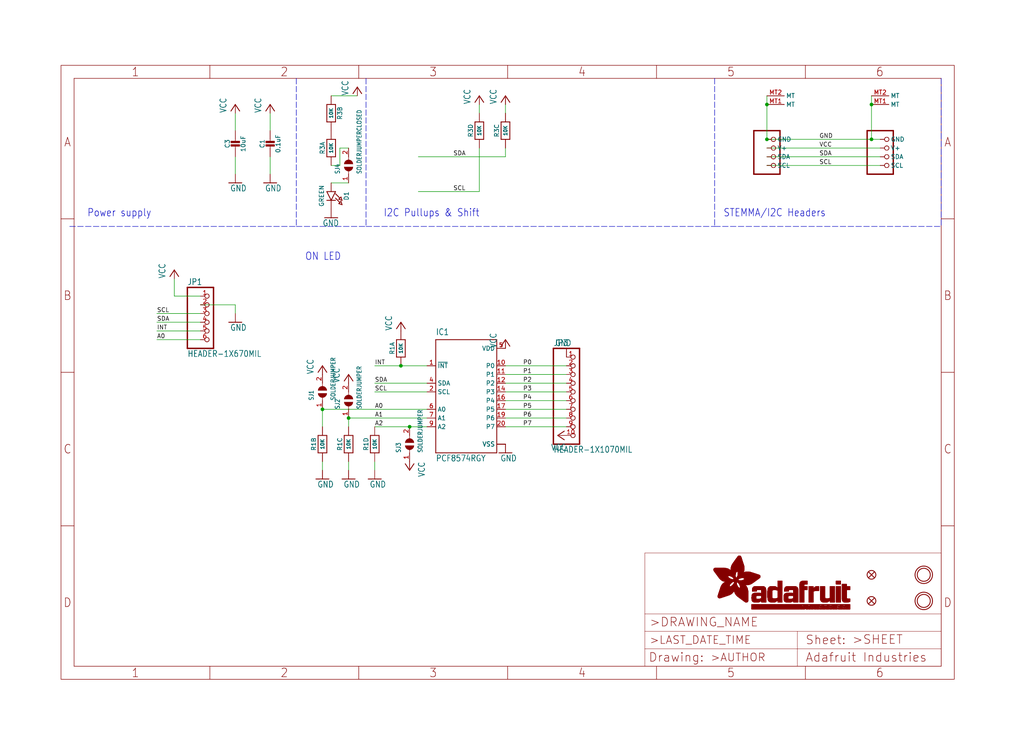
<source format=kicad_sch>
(kicad_sch (version 20211123) (generator eeschema)
  (paper "User" 298.45 217.881)
  (lib_symbols
    (symbol "eagleSchem-eagle-import:CAP_CERAMIC0603_NO"
      (property "Reference" "C" (at -2.29 1.25 90))
      (property "Value" "CAP_CERAMIC0603_NO" (at 2.3 1.25 90))
      (symbol "CAP_CERAMIC0603_NO_1_0"
        (pin passive line (at 0 5.08 270) (length 2.54) (name "1") (number "1"))
        (pin passive line (at 0 -2.54 90) (length 2.54) (name "2") (number "2"))
      )
    )
    (symbol "eagleSchem-eagle-import:CAP_CERAMIC0805-NOOUTLINE"
      (property "Reference" "C" (at -2.29 1.25 90))
      (property "Value" "CAP_CERAMIC0805-NOOUTLINE" (at 2.3 1.25 90))
      (symbol "CAP_CERAMIC0805-NOOUTLINE_1_0"
        (pin passive line (at 0 5.08 270) (length 2.54) (name "1") (number "1"))
        (pin passive line (at 0 -2.54 90) (length 2.54) (name "2") (number "2"))
      )
    )
    (symbol "eagleSchem-eagle-import:FIDUCIAL_1MM")
    (symbol "eagleSchem-eagle-import:FRAME_A4_ADAFRUIT"
      (symbol "FRAME_A4_ADAFRUIT_0_0"
        (text "1" (at 21.6958 1.905 0) (effects (font (size 2.54 2.286))))
        (text "1" (at 21.6958 177.165 0) (effects (font (size 2.54 2.286))))
        (text "2" (at 65.0875 1.905 0) (effects (font (size 2.54 2.286))))
        (text "2" (at 65.0875 177.165 0) (effects (font (size 2.54 2.286))))
        (text "3" (at 108.4792 1.905 0) (effects (font (size 2.54 2.286))))
        (text "3" (at 108.4792 177.165 0) (effects (font (size 2.54 2.286))))
        (text "4" (at 151.8708 1.905 0) (effects (font (size 2.54 2.286))))
        (text "4" (at 151.8708 177.165 0) (effects (font (size 2.54 2.286))))
        (text "5" (at 195.2625 1.905 0) (effects (font (size 2.54 2.286))))
        (text "5" (at 195.2625 177.165 0) (effects (font (size 2.54 2.286))))
        (text "6" (at 238.6542 1.905 0) (effects (font (size 2.54 2.286))))
        (text "6" (at 238.6542 177.165 0) (effects (font (size 2.54 2.286))))
        (text "A" (at 1.905 156.6863 0) (effects (font (size 2.54 2.286))))
        (text "A" (at 258.445 156.6863 0) (effects (font (size 2.54 2.286))))
        (text "B" (at 1.905 111.9188 0) (effects (font (size 2.54 2.286))))
        (text "B" (at 258.445 111.9188 0) (effects (font (size 2.54 2.286))))
        (text "C" (at 1.905 67.1513 0) (effects (font (size 2.54 2.286))))
        (text "C" (at 258.445 67.1513 0) (effects (font (size 2.54 2.286))))
        (text "D" (at 1.905 22.3838 0) (effects (font (size 2.54 2.286))))
        (text "D" (at 258.445 22.3838 0) (effects (font (size 2.54 2.286))))
      )
      (symbol "FRAME_A4_ADAFRUIT_1_0"
        (text ">AUTHOR" (at 189.23 5.08 0) (effects (font (size 2.286 2.286)) (justify left bottom)))
        (text ">DRAWING_NAME" (at 171.45 15.24 0) (effects (font (size 2.54 2.54)) (justify left bottom)))
        (text ">LAST_DATE_TIME" (at 171.45 10.16 0) (effects (font (size 2.286 2.286)) (justify left bottom)))
        (text ">SHEET" (at 230.505 10.16 0) (effects (font (size 2.54 2.54)) (justify left bottom)))
        (text "Adafruit Industries" (at 216.916 4.953 0) (effects (font (size 2.54 2.54)) (justify left bottom)))
        (text "Drawing:" (at 171.196 4.953 0) (effects (font (size 2.54 2.54)) (justify left bottom)))
        (text "Sheet:" (at 216.916 10.033 0) (effects (font (size 2.54 2.54)) (justify left bottom)))
      )
    )
    (symbol "eagleSchem-eagle-import:GND" (power)
      (property "Value" "GND" (at -2.54 -2.54 0))
      (symbol "GND_1_0"
        (pin power_in line (at 0 2.54 270) (length 2.54) (name "GND") (number "1"))
      )
    )
    (symbol "eagleSchem-eagle-import:HEADER-1X1070MIL"
      (property "Reference" "JP" (at -6.35 13.335 0))
      (property "Value" "HEADER-1X1070MIL" (at -6.35 -17.78 0))
      (symbol "HEADER-1X1070MIL_1_0"
        (pin passive inverted (at -2.54 10.16 0) (length 2.54) (name "1") (number "1"))
        (pin passive inverted (at -2.54 -12.7 0) (length 2.54) (name "10") (number "10"))
        (pin passive inverted (at -2.54 7.62 0) (length 2.54) (name "2") (number "2"))
        (pin passive inverted (at -2.54 5.08 0) (length 2.54) (name "3") (number "3"))
        (pin passive inverted (at -2.54 2.54 0) (length 2.54) (name "4") (number "4"))
        (pin passive inverted (at -2.54 0 0) (length 2.54) (name "5") (number "5"))
        (pin passive inverted (at -2.54 -2.54 0) (length 2.54) (name "6") (number "6"))
        (pin passive inverted (at -2.54 -5.08 0) (length 2.54) (name "7") (number "7"))
        (pin passive inverted (at -2.54 -7.62 0) (length 2.54) (name "8") (number "8"))
        (pin passive inverted (at -2.54 -10.16 0) (length 2.54) (name "9") (number "9"))
      )
    )
    (symbol "eagleSchem-eagle-import:HEADER-1X670MIL"
      (property "Reference" "JP" (at -6.35 10.795 0))
      (property "Value" "HEADER-1X670MIL" (at -6.35 -10.16 0))
      (symbol "HEADER-1X670MIL_1_0"
        (pin passive inverted (at -2.54 7.62 0) (length 2.54) (name "1") (number "1"))
        (pin passive inverted (at -2.54 5.08 0) (length 2.54) (name "2") (number "2"))
        (pin passive inverted (at -2.54 2.54 0) (length 2.54) (name "3") (number "3"))
        (pin passive inverted (at -2.54 0 0) (length 2.54) (name "4") (number "4"))
        (pin passive inverted (at -2.54 -2.54 0) (length 2.54) (name "5") (number "5"))
        (pin passive inverted (at -2.54 -5.08 0) (length 2.54) (name "6") (number "6"))
      )
    )
    (symbol "eagleSchem-eagle-import:LED0603_NOOUTLINE"
      (property "Reference" "D" (at -1.27 4.445 0))
      (property "Value" "LED0603_NOOUTLINE" (at -1.27 -2.794 0))
      (symbol "LED0603_NOOUTLINE_1_0"
        (pin passive line (at -5.08 0 0) (length 2.54) (name "A") (number "A"))
        (pin passive line (at 2.54 0 180) (length 2.54) (name "C") (number "C"))
      )
    )
    (symbol "eagleSchem-eagle-import:MOUNTINGHOLE2.5")
    (symbol "eagleSchem-eagle-import:PCF8574RGY"
      (property "Reference" "IC" (at -7.62 16.51 0))
      (property "Value" "PCF8574RGY" (at -7.62 -20.32 0))
      (symbol "PCF8574RGY_1_0"
        (pin output line (at -10.16 7.62 0) (length 2.54) (name "~{INT}") (number "1"))
        (pin bidirectional line (at 12.7 7.62 180) (length 2.54) (name "P0") (number "10"))
        (pin bidirectional line (at 12.7 5.08 180) (length 2.54) (name "P1") (number "11"))
        (pin bidirectional line (at 12.7 2.54 180) (length 2.54) (name "P2") (number "12"))
        (pin bidirectional line (at 12.7 0 180) (length 2.54) (name "P3") (number "14"))
        (pin power_in line (at 12.7 -15.24 180) (length 2.54) (name "VSS") (number "15"))
        (pin bidirectional line (at 12.7 -2.54 180) (length 2.54) (name "P4") (number "16"))
        (pin bidirectional line (at 12.7 -5.08 180) (length 2.54) (name "P5") (number "17"))
        (pin bidirectional line (at 12.7 -7.62 180) (length 2.54) (name "P6") (number "19"))
        (pin input line (at -10.16 0 0) (length 2.54) (name "SCL") (number "2"))
        (pin bidirectional line (at 12.7 -10.16 180) (length 2.54) (name "P7") (number "20"))
        (pin power_in line (at 12.7 -15.24 180) (length 2.54) (name "VSS") (number "21"))
        (pin bidirectional line (at -10.16 2.54 0) (length 2.54) (name "SDA") (number "4"))
        (pin power_in line (at 12.7 12.7 180) (length 2.54) (name "VDD") (number "5"))
        (pin input line (at -10.16 -5.08 0) (length 2.54) (name "A0") (number "6"))
        (pin input line (at -10.16 -7.62 0) (length 2.54) (name "A1") (number "7"))
        (pin input line (at -10.16 -10.16 0) (length 2.54) (name "A2") (number "9"))
      )
    )
    (symbol "eagleSchem-eagle-import:RESISTOR_4PACK"
      (property "Reference" "R" (at 0 2.54 0))
      (property "Value" "RESISTOR_4PACK" (at 0 0 0))
      (symbol "RESISTOR_4PACK_1_0"
        (pin passive line (at -5.08 0 0) (length 2.54) (name "1") (number "1"))
        (pin passive line (at 5.08 0 180) (length 2.54) (name "2") (number "8"))
      )
      (symbol "RESISTOR_4PACK_2_0"
        (pin passive line (at -5.08 0 0) (length 2.54) (name "1") (number "2"))
        (pin passive line (at 5.08 0 180) (length 2.54) (name "2") (number "7"))
      )
      (symbol "RESISTOR_4PACK_3_0"
        (pin passive line (at -5.08 0 0) (length 2.54) (name "1") (number "3"))
        (pin passive line (at 5.08 0 180) (length 2.54) (name "2") (number "6"))
      )
      (symbol "RESISTOR_4PACK_4_0"
        (pin passive line (at -5.08 0 0) (length 2.54) (name "1") (number "4"))
        (pin passive line (at 5.08 0 180) (length 2.54) (name "2") (number "5"))
      )
    )
    (symbol "eagleSchem-eagle-import:SOLDERJUMPER"
      (property "Reference" "SJ" (at -2.54 2.54 0))
      (property "Value" "SOLDERJUMPER" (at -2.54 -3.81 0))
      (symbol "SOLDERJUMPER_1_0"
        (pin passive line (at -5.08 0 0) (length 2.54) (name "1") (number "1"))
        (pin passive line (at 5.08 0 180) (length 2.54) (name "2") (number "2"))
      )
    )
    (symbol "eagleSchem-eagle-import:SOLDERJUMPERCLOSED"
      (property "Reference" "SJ" (at -2.54 2.54 0))
      (property "Value" "SOLDERJUMPERCLOSED" (at -2.54 -3.81 0))
      (symbol "SOLDERJUMPERCLOSED_1_0"
        (pin passive line (at -5.08 0 0) (length 2.54) (name "1") (number "1"))
        (pin passive line (at 5.08 0 180) (length 2.54) (name "2") (number "2"))
      )
    )
    (symbol "eagleSchem-eagle-import:STEMMA_I2C_QT"
      (symbol "STEMMA_I2C_QT_1_0"
        (pin passive inverted (at 0 5.08 0) (length 2.54) (name "GND") (number "1"))
        (pin passive inverted (at 0 2.54 0) (length 2.54) (name "V+") (number "2"))
        (pin passive inverted (at 0 0 0) (length 2.54) (name "SDA") (number "3"))
        (pin passive inverted (at 0 -2.54 0) (length 2.54) (name "SCL") (number "4"))
      )
      (symbol "STEMMA_I2C_QT_2_0"
        (pin bidirectional line (at 0 0 0) (length 5.08) (name "MT") (number "MT1"))
      )
      (symbol "STEMMA_I2C_QT_3_0"
        (pin bidirectional line (at 0 0 0) (length 5.08) (name "MT") (number "MT2"))
      )
    )
    (symbol "eagleSchem-eagle-import:VCC" (power)
      (property "Value" "VCC" (at -2.54 -2.54 90))
      (symbol "VCC_1_0"
        (pin power_in line (at 0 -2.54 90) (length 2.54) (name "VCC") (number "1"))
      )
    )
  )
  (junction (at 223.52 30.48))
  (junction (at 254 40.64))
  (junction (at 116.84 106.68))
  (junction (at 223.52 40.64))
  (junction (at 93.98 119.38))
  (junction (at 119.38 124.46))
  (junction (at 101.6 121.92))
  (junction (at 254 30.48))
  (wire (pts (xy 165.1 106.68) (xy 147.32 106.68)))
  (polyline (pts (xy 86.36 66.04) (xy 106.68 66.04)))
  (wire (pts (xy 165.1 121.92) (xy 147.32 121.92)))
  (polyline (pts (xy 20.32 66.04) (xy 86.36 66.04)))
  (wire (pts (xy 165.1 109.22) (xy 147.32 109.22)))
  (wire (pts (xy 58.42 91.44) (xy 45.72 91.44)))
  (polyline (pts (xy 106.68 22.86) (xy 106.68 66.04)))
  (wire (pts (xy 58.42 88.9) (xy 68.58 88.9)))
  (wire (pts (xy 165.1 119.38) (xy 147.32 119.38)))
  (wire (pts (xy 223.52 43.18) (xy 256.54 43.18)))
  (wire (pts (xy 101.6 121.92) (xy 124.46 121.92)))
  (wire (pts (xy 68.58 33.02) (xy 68.58 38.1)))
  (polyline (pts (xy 274.32 22.86) (xy 274.32 66.04)))
  (wire (pts (xy 68.58 88.9) (xy 68.58 91.44)))
  (wire (pts (xy 93.98 134.62) (xy 93.98 137.16)))
  (wire (pts (xy 101.6 121.92) (xy 101.6 124.46)))
  (polyline (pts (xy 208.28 22.86) (xy 208.28 66.04)))
  (wire (pts (xy 147.32 45.72) (xy 121.92 45.72)))
  (wire (pts (xy 165.1 124.46) (xy 147.32 124.46)))
  (wire (pts (xy 165.1 114.3) (xy 147.32 114.3)))
  (wire (pts (xy 124.46 124.46) (xy 119.38 124.46)))
  (wire (pts (xy 223.52 48.26) (xy 256.54 48.26)))
  (wire (pts (xy 256.54 40.64) (xy 254 40.64)))
  (wire (pts (xy 139.7 43.18) (xy 139.7 55.88)))
  (wire (pts (xy 147.32 43.18) (xy 147.32 45.72)))
  (wire (pts (xy 58.42 86.36) (xy 50.8 86.36)))
  (wire (pts (xy 58.42 93.98) (xy 45.72 93.98)))
  (wire (pts (xy 58.42 99.06) (xy 45.72 99.06)))
  (wire (pts (xy 256.54 45.72) (xy 223.52 45.72)))
  (wire (pts (xy 223.52 27.94) (xy 223.52 30.48)))
  (wire (pts (xy 124.46 119.38) (xy 93.98 119.38)))
  (polyline (pts (xy 106.68 66.04) (xy 208.28 66.04)))
  (wire (pts (xy 124.46 106.68) (xy 116.84 106.68)))
  (wire (pts (xy 119.38 124.46) (xy 109.22 124.46)))
  (wire (pts (xy 254 40.64) (xy 223.52 40.64)))
  (wire (pts (xy 101.6 134.62) (xy 101.6 137.16)))
  (polyline (pts (xy 86.36 22.86) (xy 86.36 66.04)))
  (wire (pts (xy 109.22 111.76) (xy 124.46 111.76)))
  (wire (pts (xy 147.32 33.02) (xy 147.32 30.48)))
  (wire (pts (xy 96.52 53.34) (xy 101.6 53.34)))
  (wire (pts (xy 99.06 48.26) (xy 99.06 43.18)))
  (wire (pts (xy 104.14 27.94) (xy 96.52 27.94)))
  (polyline (pts (xy 208.28 66.04) (xy 274.32 66.04)))
  (wire (pts (xy 50.8 86.36) (xy 50.8 81.28)))
  (wire (pts (xy 165.1 111.76) (xy 147.32 111.76)))
  (wire (pts (xy 223.52 30.48) (xy 223.52 40.64)))
  (wire (pts (xy 96.52 48.26) (xy 99.06 48.26)))
  (wire (pts (xy 68.58 45.72) (xy 68.58 50.8)))
  (wire (pts (xy 78.74 33.02) (xy 78.74 38.1)))
  (wire (pts (xy 254 27.94) (xy 254 30.48)))
  (wire (pts (xy 139.7 30.48) (xy 139.7 33.02)))
  (wire (pts (xy 109.22 114.3) (xy 124.46 114.3)))
  (wire (pts (xy 116.84 106.68) (xy 109.22 106.68)))
  (wire (pts (xy 58.42 96.52) (xy 45.72 96.52)))
  (wire (pts (xy 165.1 116.84) (xy 147.32 116.84)))
  (wire (pts (xy 139.7 55.88) (xy 121.92 55.88)))
  (wire (pts (xy 254 30.48) (xy 254 40.64)))
  (wire (pts (xy 93.98 119.38) (xy 93.98 124.46)))
  (wire (pts (xy 109.22 134.62) (xy 109.22 137.16)))
  (wire (pts (xy 78.74 45.72) (xy 78.74 50.8)))
  (wire (pts (xy 99.06 43.18) (xy 101.6 43.18)))
  (text "STEMMA/I2C Headers" (at 210.82 63.5 180) (effects (font (size 2.1844 1.8567)) (justify left bottom)))
  (text "Power supply" (at 25.4 63.5 180) (effects (font (size 2.1844 1.8567)) (justify left bottom)))
  (text "I2C Pullups & Shift" (at 111.76 63.5 180) (effects (font (size 2.1844 1.8567)) (justify left bottom)))
  (text "ON LED" (at 88.9 76.2 180) (effects (font (size 2.1844 1.8567)) (justify left bottom)))
  (label "P5" (at 152.4 119.38 0) (effects (font (size 1.2446 1.2446))))
  (label "SCL" (at 238.76 48.26 0) (effects (font (size 1.2446 1.2446))))
  (label "P4" (at 152.4 116.84 0) (effects (font (size 1.2446 1.2446))))
  (label "VCC" (at 238.76 43.18 0) (effects (font (size 1.2446 1.2446))))
  (label "P6" (at 152.4 121.92 0) (effects (font (size 1.2446 1.2446))))
  (label "SDA" (at 45.72 93.98 0) (effects (font (size 1.2446 1.2446))))
  (label "A0" (at 109.22 119.38 0) (effects (font (size 1.2446 1.2446))))
  (label "P2" (at 152.4 111.76 0) (effects (font (size 1.2446 1.2446))))
  (label "A1" (at 109.22 121.92 0) (effects (font (size 1.2446 1.2446))))
  (label "GND" (at 238.76 40.64 0) (effects (font (size 1.2446 1.2446))))
  (label "SDA" (at 238.76 45.72 0) (effects (font (size 1.2446 1.2446))))
  (label "INT" (at 45.72 96.52 0) (effects (font (size 1.2446 1.2446))))
  (label "INT" (at 109.22 106.68 0) (effects (font (size 1.2446 1.2446))))
  (label "P3" (at 152.4 114.3 0) (effects (font (size 1.2446 1.2446))))
  (label "SCL" (at 45.72 91.44 0) (effects (font (size 1.2446 1.2446))))
  (label "P0" (at 152.4 106.68 0) (effects (font (size 1.2446 1.2446))))
  (label "P1" (at 152.4 109.22 0) (effects (font (size 1.2446 1.2446))))
  (label "SCL" (at 109.22 114.3 0) (effects (font (size 1.2446 1.2446))))
  (label "A0" (at 45.72 99.06 0) (effects (font (size 1.2446 1.2446))))
  (label "SDA" (at 109.22 111.76 0) (effects (font (size 1.2446 1.2446))))
  (label "SDA" (at 132.08 45.72 0) (effects (font (size 1.2446 1.2446))))
  (label "SCL" (at 132.08 55.88 0) (effects (font (size 1.2446 1.2446))))
  (label "A2" (at 109.22 124.46 0) (effects (font (size 1.2446 1.2446))))
  (label "P7" (at 152.4 124.46 0) (effects (font (size 1.2446 1.2446))))
  (symbol (lib_id "eagleSchem-eagle-import:VCC") (at 116.84 93.98 0) (unit 1)
    (property "Reference" "#P+8" (effects hide))
    (property "Value" "VCC" (at 114.3 96.52 90) (effects (font (size 1.778 1.5113)) (justify left bottom)))
    (property "Footprint" "eagleSchem:" (effects hide))
  )
  (symbol (lib_id "eagleSchem-eagle-import:RESISTOR_4PACK") (at 96.52 33.02 270) (unit 2)
    (property "Reference" "R3" (at 99.06 33.02 0))
    (property "Value" "10K" (at 96.52 33.02 0) (effects (font (size 1.016 1.016) bold)))
    (property "Footprint" "eagleSchem:RESPACK_4X0603" (effects hide))
  )
  (symbol (lib_id "eagleSchem-eagle-import:GND") (at 96.52 63.5 0) (unit 1)
    (property "Reference" "#GND6" (effects hide))
    (property "Value" "GND" (at 93.98 66.04 0) (effects (font (size 1.778 1.5113)) (justify left bottom)))
    (property "Footprint" "eagleSchem:" (effects hide))
  )
  (symbol (lib_id "eagleSchem-eagle-import:STEMMA_I2C_QT") (at 254 30.48 0) (unit 2)
    (property "Reference" "CONN4" (effects hide))
    (property "Value" "STEMMA_I2C_QT" (effects hide))
    (property "Footprint" "eagleSchem:JST_SH4" (effects hide))
  )
  (symbol (lib_id "eagleSchem-eagle-import:STEMMA_I2C_QT") (at 256.54 45.72 0) (unit 1)
    (property "Reference" "CONN4" (effects hide))
    (property "Value" "STEMMA_I2C_QT" (effects hide))
    (property "Footprint" "eagleSchem:JST_SH4" (effects hide))
  )
  (symbol (lib_id "eagleSchem-eagle-import:CAP_CERAMIC0805-NOOUTLINE") (at 68.58 43.18 0) (unit 1)
    (property "Reference" "C3" (at 66.29 41.93 90))
    (property "Value" "10uF" (at 70.88 41.93 90))
    (property "Footprint" "eagleSchem:0805-NO" (effects hide))
  )
  (symbol (lib_id "eagleSchem-eagle-import:VCC") (at 119.38 137.16 180) (unit 1)
    (property "Reference" "#P+11" (effects hide))
    (property "Value" "VCC" (at 121.92 134.62 90) (effects (font (size 1.778 1.5113)) (justify left bottom)))
    (property "Footprint" "eagleSchem:" (effects hide))
  )
  (symbol (lib_id "eagleSchem-eagle-import:GND") (at 68.58 53.34 0) (unit 1)
    (property "Reference" "#U$5" (effects hide))
    (property "Value" "GND" (at 67.056 55.88 0) (effects (font (size 1.778 1.5113)) (justify left bottom)))
    (property "Footprint" "eagleSchem:" (effects hide))
  )
  (symbol (lib_id "eagleSchem-eagle-import:STEMMA_I2C_QT") (at 254 27.94 0) (unit 3)
    (property "Reference" "CONN4" (effects hide))
    (property "Value" "STEMMA_I2C_QT" (effects hide))
    (property "Footprint" "eagleSchem:JST_SH4" (effects hide))
  )
  (symbol (lib_id "eagleSchem-eagle-import:SOLDERJUMPER") (at 101.6 116.84 90) (unit 1)
    (property "Reference" "SJ2" (at 99.06 119.38 0) (effects (font (size 1.27 1.0795)) (justify left bottom)))
    (property "Value" "SOLDERJUMPER" (at 105.41 119.38 0) (effects (font (size 1.27 1.0795)) (justify left bottom)))
    (property "Footprint" "eagleSchem:SOLDERJUMPER_ARROW_NOPASTE" (effects hide))
  )
  (symbol (lib_id "eagleSchem-eagle-import:VCC") (at 78.74 30.48 0) (unit 1)
    (property "Reference" "#P+5" (effects hide))
    (property "Value" "VCC" (at 76.2 33.02 90) (effects (font (size 1.778 1.5113)) (justify left bottom)))
    (property "Footprint" "eagleSchem:" (effects hide))
  )
  (symbol (lib_id "eagleSchem-eagle-import:RESISTOR_4PACK") (at 93.98 129.54 90) (unit 2)
    (property "Reference" "R1" (at 91.44 129.54 0))
    (property "Value" "10K" (at 93.98 129.54 0) (effects (font (size 1.016 1.016) bold)))
    (property "Footprint" "eagleSchem:RESPACK_4X0603" (effects hide))
  )
  (symbol (lib_id "eagleSchem-eagle-import:GND") (at 109.22 139.7 0) (unit 1)
    (property "Reference" "#U$3" (effects hide))
    (property "Value" "GND" (at 107.696 142.24 0) (effects (font (size 1.778 1.5113)) (justify left bottom)))
    (property "Footprint" "eagleSchem:" (effects hide))
  )
  (symbol (lib_id "eagleSchem-eagle-import:FRAME_A4_ADAFRUIT") (at 17.78 198.12 0) (unit 1)
    (property "Reference" "#U$18" (effects hide))
    (property "Value" "FRAME_A4_ADAFRUIT" (effects hide))
    (property "Footprint" "eagleSchem:" (effects hide))
  )
  (symbol (lib_id "eagleSchem-eagle-import:RESISTOR_4PACK") (at 96.52 43.18 90) (unit 1)
    (property "Reference" "R3" (at 93.98 43.18 0))
    (property "Value" "10K" (at 96.52 43.18 0) (effects (font (size 1.016 1.016) bold)))
    (property "Footprint" "eagleSchem:RESPACK_4X0603" (effects hide))
  )
  (symbol (lib_id "eagleSchem-eagle-import:FIDUCIAL_1MM") (at 254 167.64 0) (unit 1)
    (property "Reference" "FID4" (effects hide))
    (property "Value" "FIDUCIAL_1MM" (effects hide))
    (property "Footprint" "eagleSchem:FIDUCIAL_1MM" (effects hide))
  )
  (symbol (lib_id "eagleSchem-eagle-import:LED0603_NOOUTLINE") (at 96.52 58.42 270) (unit 1)
    (property "Reference" "D1" (at 100.965 57.15 0))
    (property "Value" "GREEN" (at 93.726 57.15 0))
    (property "Footprint" "eagleSchem:CHIPLED_0603_NOOUTLINE" (effects hide))
  )
  (symbol (lib_id "eagleSchem-eagle-import:STEMMA_I2C_QT") (at 223.52 27.94 0) (unit 3)
    (property "Reference" "CONN3" (effects hide))
    (property "Value" "STEMMA_I2C_QT" (effects hide))
    (property "Footprint" "eagleSchem:JST_SH4" (effects hide))
  )
  (symbol (lib_id "eagleSchem-eagle-import:HEADER-1X670MIL") (at 60.96 93.98 0) (unit 1)
    (property "Reference" "JP1" (at 54.61 83.185 0) (effects (font (size 1.778 1.5113)) (justify left bottom)))
    (property "Value" "HEADER-1X670MIL" (at 54.61 104.14 0) (effects (font (size 1.778 1.5113)) (justify left bottom)))
    (property "Footprint" "eagleSchem:1X06_ROUND_70" (effects hide))
  )
  (symbol (lib_id "eagleSchem-eagle-import:GND") (at 68.58 93.98 0) (unit 1)
    (property "Reference" "#U$10" (effects hide))
    (property "Value" "GND" (at 67.056 96.52 0) (effects (font (size 1.778 1.5113)) (justify left bottom)))
    (property "Footprint" "eagleSchem:" (effects hide))
  )
  (symbol (lib_id "eagleSchem-eagle-import:VCC") (at 50.8 78.74 0) (unit 1)
    (property "Reference" "#P+4" (effects hide))
    (property "Value" "VCC" (at 48.26 81.28 90) (effects (font (size 1.778 1.5113)) (justify left bottom)))
    (property "Footprint" "eagleSchem:" (effects hide))
  )
  (symbol (lib_id "eagleSchem-eagle-import:RESISTOR_4PACK") (at 109.22 129.54 90) (unit 4)
    (property "Reference" "R1" (at 106.68 129.54 0))
    (property "Value" "10K" (at 109.22 129.54 0) (effects (font (size 1.016 1.016) bold)))
    (property "Footprint" "eagleSchem:RESPACK_4X0603" (effects hide))
  )
  (symbol (lib_id "eagleSchem-eagle-import:STEMMA_I2C_QT") (at 223.52 30.48 0) (unit 2)
    (property "Reference" "CONN3" (effects hide))
    (property "Value" "STEMMA_I2C_QT" (effects hide))
    (property "Footprint" "eagleSchem:JST_SH4" (effects hide))
  )
  (symbol (lib_id "eagleSchem-eagle-import:VCC") (at 147.32 99.06 0) (unit 1)
    (property "Reference" "#P+7" (effects hide))
    (property "Value" "VCC" (at 144.78 101.6 90) (effects (font (size 1.778 1.5113)) (justify left bottom)))
    (property "Footprint" "eagleSchem:" (effects hide))
  )
  (symbol (lib_id "eagleSchem-eagle-import:VCC") (at 147.32 27.94 0) (unit 1)
    (property "Reference" "#P+2" (effects hide))
    (property "Value" "VCC" (at 144.78 30.48 90) (effects (font (size 1.778 1.5113)) (justify left bottom)))
    (property "Footprint" "eagleSchem:" (effects hide))
  )
  (symbol (lib_id "eagleSchem-eagle-import:MOUNTINGHOLE2.5") (at 269.24 175.26 0) (unit 1)
    (property "Reference" "U$21" (effects hide))
    (property "Value" "MOUNTINGHOLE2.5" (effects hide))
    (property "Footprint" "eagleSchem:MOUNTINGHOLE_2.5_PLATED" (effects hide))
  )
  (symbol (lib_id "eagleSchem-eagle-import:RESISTOR_4PACK") (at 116.84 101.6 90) (unit 1)
    (property "Reference" "R1" (at 114.3 101.6 0))
    (property "Value" "10K" (at 116.84 101.6 0) (effects (font (size 1.016 1.016) bold)))
    (property "Footprint" "eagleSchem:RESPACK_4X0603" (effects hide))
  )
  (symbol (lib_id "eagleSchem-eagle-import:VCC") (at 68.58 30.48 0) (unit 1)
    (property "Reference" "#P+3" (effects hide))
    (property "Value" "VCC" (at 66.04 33.02 90) (effects (font (size 1.778 1.5113)) (justify left bottom)))
    (property "Footprint" "eagleSchem:" (effects hide))
  )
  (symbol (lib_id "eagleSchem-eagle-import:GND") (at 165.1 101.6 180) (unit 1)
    (property "Reference" "#U$1" (effects hide))
    (property "Value" "GND" (at 166.624 99.06 0) (effects (font (size 1.778 1.5113)) (justify left bottom)))
    (property "Footprint" "eagleSchem:" (effects hide))
  )
  (symbol (lib_id "eagleSchem-eagle-import:GND") (at 147.32 132.08 0) (unit 1)
    (property "Reference" "#U$2" (effects hide))
    (property "Value" "GND" (at 145.796 134.62 0) (effects (font (size 1.778 1.5113)) (justify left bottom)))
    (property "Footprint" "eagleSchem:" (effects hide))
  )
  (symbol (lib_id "eagleSchem-eagle-import:RESISTOR_4PACK") (at 139.7 38.1 90) (unit 4)
    (property "Reference" "R3" (at 137.16 38.1 0))
    (property "Value" "10K" (at 139.7 38.1 0) (effects (font (size 1.016 1.016) bold)))
    (property "Footprint" "eagleSchem:RESPACK_4X0603" (effects hide))
  )
  (symbol (lib_id "eagleSchem-eagle-import:STEMMA_I2C_QT") (at 223.52 45.72 0) (unit 1)
    (property "Reference" "CONN3" (effects hide))
    (property "Value" "STEMMA_I2C_QT" (effects hide))
    (property "Footprint" "eagleSchem:JST_SH4" (effects hide))
  )
  (symbol (lib_id "eagleSchem-eagle-import:FIDUCIAL_1MM") (at 254 175.26 0) (unit 1)
    (property "Reference" "FID3" (effects hide))
    (property "Value" "FIDUCIAL_1MM" (effects hide))
    (property "Footprint" "eagleSchem:FIDUCIAL_1MM" (effects hide))
  )
  (symbol (lib_id "eagleSchem-eagle-import:VCC") (at 139.7 27.94 0) (unit 1)
    (property "Reference" "#P+1" (effects hide))
    (property "Value" "VCC" (at 137.16 30.48 90) (effects (font (size 1.778 1.5113)) (justify left bottom)))
    (property "Footprint" "eagleSchem:" (effects hide))
  )
  (symbol (lib_id "eagleSchem-eagle-import:GND") (at 101.6 139.7 0) (unit 1)
    (property "Reference" "#U$4" (effects hide))
    (property "Value" "GND" (at 100.076 142.24 0) (effects (font (size 1.778 1.5113)) (justify left bottom)))
    (property "Footprint" "eagleSchem:" (effects hide))
  )
  (symbol (lib_id "eagleSchem-eagle-import:SOLDERJUMPERCLOSED") (at 101.6 48.26 90) (unit 1)
    (property "Reference" "SJ4" (at 99.06 50.8 0) (effects (font (size 1.27 1.0795)) (justify left bottom)))
    (property "Value" "SOLDERJUMPERCLOSED" (at 105.41 50.8 0) (effects (font (size 1.27 1.0795)) (justify left bottom)))
    (property "Footprint" "eagleSchem:SOLDERJUMPER_CLOSEDWIRE" (effects hide))
  )
  (symbol (lib_id "eagleSchem-eagle-import:GND") (at 78.74 53.34 0) (unit 1)
    (property "Reference" "#U$6" (effects hide))
    (property "Value" "GND" (at 77.216 55.88 0) (effects (font (size 1.778 1.5113)) (justify left bottom)))
    (property "Footprint" "eagleSchem:" (effects hide))
  )
  (symbol (lib_id "eagleSchem-eagle-import:RESISTOR_4PACK") (at 147.32 38.1 90) (unit 3)
    (property "Reference" "R3" (at 144.78 38.1 0))
    (property "Value" "10K" (at 147.32 38.1 0) (effects (font (size 1.016 1.016) bold)))
    (property "Footprint" "eagleSchem:RESPACK_4X0603" (effects hide))
  )
  (symbol (lib_id "eagleSchem-eagle-import:VCC") (at 104.14 25.4 0) (unit 1)
    (property "Reference" "#P+6" (effects hide))
    (property "Value" "VCC" (at 101.6 27.94 90) (effects (font (size 1.778 1.5113)) (justify left bottom)))
    (property "Footprint" "eagleSchem:" (effects hide))
  )
  (symbol (lib_id "eagleSchem-eagle-import:MOUNTINGHOLE2.5") (at 269.24 167.64 0) (unit 1)
    (property "Reference" "U$19" (effects hide))
    (property "Value" "MOUNTINGHOLE2.5" (effects hide))
    (property "Footprint" "eagleSchem:MOUNTINGHOLE_2.5_PLATED" (effects hide))
  )
  (symbol (lib_id "eagleSchem-eagle-import:RESISTOR_4PACK") (at 101.6 129.54 90) (unit 3)
    (property "Reference" "R1" (at 99.06 129.54 0))
    (property "Value" "10K" (at 101.6 129.54 0) (effects (font (size 1.016 1.016) bold)))
    (property "Footprint" "eagleSchem:RESPACK_4X0603" (effects hide))
  )
  (symbol (lib_id "eagleSchem-eagle-import:SOLDERJUMPER") (at 119.38 129.54 90) (unit 1)
    (property "Reference" "SJ3" (at 116.84 132.08 0) (effects (font (size 1.27 1.0795)) (justify left bottom)))
    (property "Value" "SOLDERJUMPER" (at 123.19 132.08 0) (effects (font (size 1.27 1.0795)) (justify left bottom)))
    (property "Footprint" "eagleSchem:SOLDERJUMPER_ARROW_NOPASTE" (effects hide))
  )
  (symbol (lib_id "eagleSchem-eagle-import:VCC") (at 101.6 109.22 0) (unit 1)
    (property "Reference" "#P+10" (effects hide))
    (property "Value" "VCC" (at 99.06 111.76 90) (effects (font (size 1.778 1.5113)) (justify left bottom)))
    (property "Footprint" "eagleSchem:" (effects hide))
  )
  (symbol (lib_id "eagleSchem-eagle-import:SOLDERJUMPER") (at 93.98 114.3 90) (unit 1)
    (property "Reference" "SJ1" (at 91.44 116.84 0) (effects (font (size 1.27 1.0795)) (justify left bottom)))
    (property "Value" "SOLDERJUMPER" (at 97.79 116.84 0) (effects (font (size 1.27 1.0795)) (justify left bottom)))
    (property "Footprint" "eagleSchem:SOLDERJUMPER_ARROW_NOPASTE" (effects hide))
  )
  (symbol (lib_id "eagleSchem-eagle-import:VCC") (at 93.98 106.68 0) (unit 1)
    (property "Reference" "#P+9" (effects hide))
    (property "Value" "VCC" (at 91.44 109.22 90) (effects (font (size 1.778 1.5113)) (justify left bottom)))
    (property "Footprint" "eagleSchem:" (effects hide))
  )
  (symbol (lib_id "eagleSchem-eagle-import:GND") (at 93.98 139.7 0) (unit 1)
    (property "Reference" "#U$7" (effects hide))
    (property "Value" "GND" (at 92.456 142.24 0) (effects (font (size 1.778 1.5113)) (justify left bottom)))
    (property "Footprint" "eagleSchem:" (effects hide))
  )
  (symbol (lib_id "eagleSchem-eagle-import:VCC") (at 162.56 127 90) (unit 1)
    (property "Reference" "#P+12" (effects hide))
    (property "Value" "VCC" (at 165.1 129.54 90) (effects (font (size 1.778 1.5113)) (justify left bottom)))
    (property "Footprint" "eagleSchem:" (effects hide))
  )
  (symbol (lib_id "eagleSchem-eagle-import:CAP_CERAMIC0603_NO") (at 78.74 43.18 0) (unit 1)
    (property "Reference" "C1" (at 76.45 41.93 90))
    (property "Value" "0.1uF" (at 81.04 41.93 90))
    (property "Footprint" "eagleSchem:0603-NO" (effects hide))
  )
  (symbol (lib_id "eagleSchem-eagle-import:HEADER-1X1070MIL") (at 167.64 114.3 0) (unit 1)
    (property "Reference" "JP3" (at 161.29 100.965 0) (effects (font (size 1.778 1.5113)) (justify left bottom)))
    (property "Value" "HEADER-1X1070MIL" (at 161.29 132.08 0) (effects (font (size 1.778 1.5113)) (justify left bottom)))
    (property "Footprint" "eagleSchem:1X10_ROUND70" (effects hide))
  )
  (symbol (lib_id "eagleSchem-eagle-import:PCF8574RGY") (at 134.62 114.3 0) (unit 1)
    (property "Reference" "IC1" (at 127 97.79 0) (effects (font (size 1.778 1.5113)) (justify left bottom)))
    (property "Value" "PCF8574RGY" (at 127 134.62 0) (effects (font (size 1.778 1.5113)) (justify left bottom)))
    (property "Footprint" "eagleSchem:VQFN20_3.5X4.5" (effects hide))
  )
)
</source>
